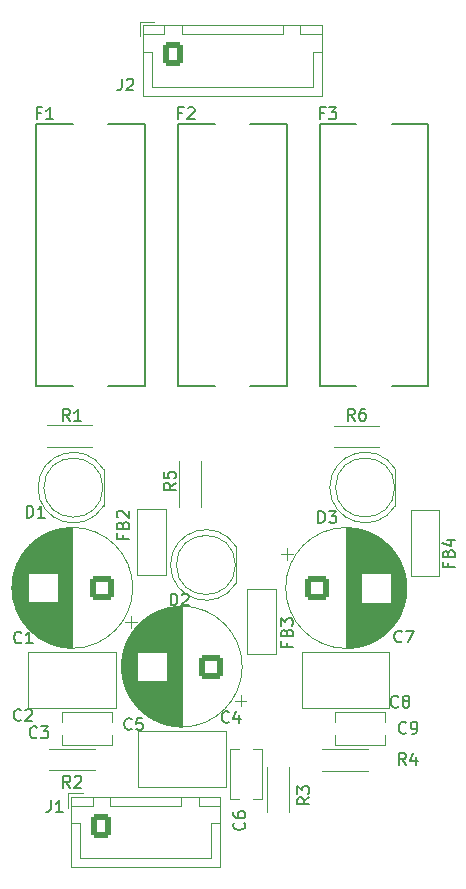
<source format=gbr>
%TF.GenerationSoftware,KiCad,Pcbnew,9.0.3+dfsg-1*%
%TF.CreationDate,2026-02-22T15:02:18-05:00*%
%TF.ProjectId,bench-power,62656e63-682d-4706-9f77-65722e6b6963,rev?*%
%TF.SameCoordinates,Original*%
%TF.FileFunction,Legend,Top*%
%TF.FilePolarity,Positive*%
%FSLAX46Y46*%
G04 Gerber Fmt 4.6, Leading zero omitted, Abs format (unit mm)*
G04 Created by KiCad (PCBNEW 9.0.3+dfsg-1) date 2026-02-22 15:02:18*
%MOMM*%
%LPD*%
G01*
G04 APERTURE LIST*
G04 Aperture macros list*
%AMRoundRect*
0 Rectangle with rounded corners*
0 $1 Rounding radius*
0 $2 $3 $4 $5 $6 $7 $8 $9 X,Y pos of 4 corners*
0 Add a 4 corners polygon primitive as box body*
4,1,4,$2,$3,$4,$5,$6,$7,$8,$9,$2,$3,0*
0 Add four circle primitives for the rounded corners*
1,1,$1+$1,$2,$3*
1,1,$1+$1,$4,$5*
1,1,$1+$1,$6,$7*
1,1,$1+$1,$8,$9*
0 Add four rect primitives between the rounded corners*
20,1,$1+$1,$2,$3,$4,$5,0*
20,1,$1+$1,$4,$5,$6,$7,0*
20,1,$1+$1,$6,$7,$8,$9,0*
20,1,$1+$1,$8,$9,$2,$3,0*%
G04 Aperture macros list end*
%ADD10C,0.150000*%
%ADD11C,0.120000*%
%ADD12C,0.200000*%
%ADD13C,2.000000*%
%ADD14C,1.600000*%
%ADD15C,1.400000*%
%ADD16RoundRect,0.250000X0.750000X0.750000X-0.750000X0.750000X-0.750000X-0.750000X0.750000X-0.750000X0*%
%ADD17RoundRect,0.250000X-0.600000X-0.725000X0.600000X-0.725000X0.600000X0.725000X-0.600000X0.725000X0*%
%ADD18O,1.700000X1.950000*%
%ADD19RoundRect,0.250000X-0.750000X-0.750000X0.750000X-0.750000X0.750000X0.750000X-0.750000X0.750000X0*%
%ADD20R,1.800000X1.800000*%
%ADD21C,1.800000*%
%ADD22C,2.454000*%
G04 APERTURE END LIST*
D10*
X141590164Y-109367649D02*
X141542545Y-109415269D01*
X141542545Y-109415269D02*
X141399688Y-109462888D01*
X141399688Y-109462888D02*
X141304450Y-109462888D01*
X141304450Y-109462888D02*
X141161593Y-109415269D01*
X141161593Y-109415269D02*
X141066355Y-109320030D01*
X141066355Y-109320030D02*
X141018736Y-109224792D01*
X141018736Y-109224792D02*
X140971117Y-109034316D01*
X140971117Y-109034316D02*
X140971117Y-108891459D01*
X140971117Y-108891459D02*
X141018736Y-108700983D01*
X141018736Y-108700983D02*
X141066355Y-108605745D01*
X141066355Y-108605745D02*
X141161593Y-108510507D01*
X141161593Y-108510507D02*
X141304450Y-108462888D01*
X141304450Y-108462888D02*
X141399688Y-108462888D01*
X141399688Y-108462888D02*
X141542545Y-108510507D01*
X141542545Y-108510507D02*
X141590164Y-108558126D01*
X141971117Y-108558126D02*
X142018736Y-108510507D01*
X142018736Y-108510507D02*
X142113974Y-108462888D01*
X142113974Y-108462888D02*
X142352069Y-108462888D01*
X142352069Y-108462888D02*
X142447307Y-108510507D01*
X142447307Y-108510507D02*
X142494926Y-108558126D01*
X142494926Y-108558126D02*
X142542545Y-108653364D01*
X142542545Y-108653364D02*
X142542545Y-108748602D01*
X142542545Y-108748602D02*
X142494926Y-108891459D01*
X142494926Y-108891459D02*
X141923498Y-109462888D01*
X141923498Y-109462888D02*
X142542545Y-109462888D01*
X169842110Y-84029503D02*
X169508777Y-83553312D01*
X169270682Y-84029503D02*
X169270682Y-83029503D01*
X169270682Y-83029503D02*
X169651634Y-83029503D01*
X169651634Y-83029503D02*
X169746872Y-83077122D01*
X169746872Y-83077122D02*
X169794491Y-83124741D01*
X169794491Y-83124741D02*
X169842110Y-83219979D01*
X169842110Y-83219979D02*
X169842110Y-83362836D01*
X169842110Y-83362836D02*
X169794491Y-83458074D01*
X169794491Y-83458074D02*
X169746872Y-83505693D01*
X169746872Y-83505693D02*
X169651634Y-83553312D01*
X169651634Y-83553312D02*
X169270682Y-83553312D01*
X170699253Y-83029503D02*
X170508777Y-83029503D01*
X170508777Y-83029503D02*
X170413539Y-83077122D01*
X170413539Y-83077122D02*
X170365920Y-83124741D01*
X170365920Y-83124741D02*
X170270682Y-83267598D01*
X170270682Y-83267598D02*
X170223063Y-83458074D01*
X170223063Y-83458074D02*
X170223063Y-83839026D01*
X170223063Y-83839026D02*
X170270682Y-83934264D01*
X170270682Y-83934264D02*
X170318301Y-83981884D01*
X170318301Y-83981884D02*
X170413539Y-84029503D01*
X170413539Y-84029503D02*
X170604015Y-84029503D01*
X170604015Y-84029503D02*
X170699253Y-83981884D01*
X170699253Y-83981884D02*
X170746872Y-83934264D01*
X170746872Y-83934264D02*
X170794491Y-83839026D01*
X170794491Y-83839026D02*
X170794491Y-83600931D01*
X170794491Y-83600931D02*
X170746872Y-83505693D01*
X170746872Y-83505693D02*
X170699253Y-83458074D01*
X170699253Y-83458074D02*
X170604015Y-83410455D01*
X170604015Y-83410455D02*
X170413539Y-83410455D01*
X170413539Y-83410455D02*
X170318301Y-83458074D01*
X170318301Y-83458074D02*
X170270682Y-83505693D01*
X170270682Y-83505693D02*
X170223063Y-83600931D01*
X174188351Y-113193570D02*
X173855018Y-112717379D01*
X173616923Y-113193570D02*
X173616923Y-112193570D01*
X173616923Y-112193570D02*
X173997875Y-112193570D01*
X173997875Y-112193570D02*
X174093113Y-112241189D01*
X174093113Y-112241189D02*
X174140732Y-112288808D01*
X174140732Y-112288808D02*
X174188351Y-112384046D01*
X174188351Y-112384046D02*
X174188351Y-112526903D01*
X174188351Y-112526903D02*
X174140732Y-112622141D01*
X174140732Y-112622141D02*
X174093113Y-112669760D01*
X174093113Y-112669760D02*
X173997875Y-112717379D01*
X173997875Y-112717379D02*
X173616923Y-112717379D01*
X175045494Y-112526903D02*
X175045494Y-113193570D01*
X174807399Y-112145951D02*
X174569304Y-112860236D01*
X174569304Y-112860236D02*
X175188351Y-112860236D01*
X159203461Y-109543738D02*
X159155842Y-109591358D01*
X159155842Y-109591358D02*
X159012985Y-109638977D01*
X159012985Y-109638977D02*
X158917747Y-109638977D01*
X158917747Y-109638977D02*
X158774890Y-109591358D01*
X158774890Y-109591358D02*
X158679652Y-109496119D01*
X158679652Y-109496119D02*
X158632033Y-109400881D01*
X158632033Y-109400881D02*
X158584414Y-109210405D01*
X158584414Y-109210405D02*
X158584414Y-109067548D01*
X158584414Y-109067548D02*
X158632033Y-108877072D01*
X158632033Y-108877072D02*
X158679652Y-108781834D01*
X158679652Y-108781834D02*
X158774890Y-108686596D01*
X158774890Y-108686596D02*
X158917747Y-108638977D01*
X158917747Y-108638977D02*
X159012985Y-108638977D01*
X159012985Y-108638977D02*
X159155842Y-108686596D01*
X159155842Y-108686596D02*
X159203461Y-108734215D01*
X160060604Y-108972310D02*
X160060604Y-109638977D01*
X159822509Y-108591358D02*
X159584414Y-109305643D01*
X159584414Y-109305643D02*
X160203461Y-109305643D01*
X144138438Y-116169880D02*
X144138438Y-116884165D01*
X144138438Y-116884165D02*
X144090819Y-117027022D01*
X144090819Y-117027022D02*
X143995581Y-117122261D01*
X143995581Y-117122261D02*
X143852724Y-117169880D01*
X143852724Y-117169880D02*
X143757486Y-117169880D01*
X145138438Y-117169880D02*
X144567010Y-117169880D01*
X144852724Y-117169880D02*
X144852724Y-116169880D01*
X144852724Y-116169880D02*
X144757486Y-116312737D01*
X144757486Y-116312737D02*
X144662248Y-116407975D01*
X144662248Y-116407975D02*
X144567010Y-116455594D01*
X173833333Y-102718949D02*
X173785714Y-102766569D01*
X173785714Y-102766569D02*
X173642857Y-102814188D01*
X173642857Y-102814188D02*
X173547619Y-102814188D01*
X173547619Y-102814188D02*
X173404762Y-102766569D01*
X173404762Y-102766569D02*
X173309524Y-102671330D01*
X173309524Y-102671330D02*
X173261905Y-102576092D01*
X173261905Y-102576092D02*
X173214286Y-102385616D01*
X173214286Y-102385616D02*
X173214286Y-102242759D01*
X173214286Y-102242759D02*
X173261905Y-102052283D01*
X173261905Y-102052283D02*
X173309524Y-101957045D01*
X173309524Y-101957045D02*
X173404762Y-101861807D01*
X173404762Y-101861807D02*
X173547619Y-101814188D01*
X173547619Y-101814188D02*
X173642857Y-101814188D01*
X173642857Y-101814188D02*
X173785714Y-101861807D01*
X173785714Y-101861807D02*
X173833333Y-101909426D01*
X174166667Y-101814188D02*
X174833333Y-101814188D01*
X174833333Y-101814188D02*
X174404762Y-102814188D01*
X174199759Y-110447371D02*
X174152140Y-110494991D01*
X174152140Y-110494991D02*
X174009283Y-110542610D01*
X174009283Y-110542610D02*
X173914045Y-110542610D01*
X173914045Y-110542610D02*
X173771188Y-110494991D01*
X173771188Y-110494991D02*
X173675950Y-110399752D01*
X173675950Y-110399752D02*
X173628331Y-110304514D01*
X173628331Y-110304514D02*
X173580712Y-110114038D01*
X173580712Y-110114038D02*
X173580712Y-109971181D01*
X173580712Y-109971181D02*
X173628331Y-109780705D01*
X173628331Y-109780705D02*
X173675950Y-109685467D01*
X173675950Y-109685467D02*
X173771188Y-109590229D01*
X173771188Y-109590229D02*
X173914045Y-109542610D01*
X173914045Y-109542610D02*
X174009283Y-109542610D01*
X174009283Y-109542610D02*
X174152140Y-109590229D01*
X174152140Y-109590229D02*
X174199759Y-109637848D01*
X174675950Y-110542610D02*
X174866426Y-110542610D01*
X174866426Y-110542610D02*
X174961664Y-110494991D01*
X174961664Y-110494991D02*
X175009283Y-110447371D01*
X175009283Y-110447371D02*
X175104521Y-110304514D01*
X175104521Y-110304514D02*
X175152140Y-110114038D01*
X175152140Y-110114038D02*
X175152140Y-109733086D01*
X175152140Y-109733086D02*
X175104521Y-109637848D01*
X175104521Y-109637848D02*
X175056902Y-109590229D01*
X175056902Y-109590229D02*
X174961664Y-109542610D01*
X174961664Y-109542610D02*
X174771188Y-109542610D01*
X174771188Y-109542610D02*
X174675950Y-109590229D01*
X174675950Y-109590229D02*
X174628331Y-109637848D01*
X174628331Y-109637848D02*
X174580712Y-109733086D01*
X174580712Y-109733086D02*
X174580712Y-109971181D01*
X174580712Y-109971181D02*
X174628331Y-110066419D01*
X174628331Y-110066419D02*
X174675950Y-110114038D01*
X174675950Y-110114038D02*
X174771188Y-110161657D01*
X174771188Y-110161657D02*
X174961664Y-110161657D01*
X174961664Y-110161657D02*
X175056902Y-110114038D01*
X175056902Y-110114038D02*
X175104521Y-110066419D01*
X175104521Y-110066419D02*
X175152140Y-109971181D01*
X154689099Y-89306933D02*
X154212908Y-89640266D01*
X154689099Y-89878361D02*
X153689099Y-89878361D01*
X153689099Y-89878361D02*
X153689099Y-89497409D01*
X153689099Y-89497409D02*
X153736718Y-89402171D01*
X153736718Y-89402171D02*
X153784337Y-89354552D01*
X153784337Y-89354552D02*
X153879575Y-89306933D01*
X153879575Y-89306933D02*
X154022432Y-89306933D01*
X154022432Y-89306933D02*
X154117670Y-89354552D01*
X154117670Y-89354552D02*
X154165289Y-89402171D01*
X154165289Y-89402171D02*
X154212908Y-89497409D01*
X154212908Y-89497409D02*
X154212908Y-89878361D01*
X153689099Y-88402171D02*
X153689099Y-88878361D01*
X153689099Y-88878361D02*
X154165289Y-88925980D01*
X154165289Y-88925980D02*
X154117670Y-88878361D01*
X154117670Y-88878361D02*
X154070051Y-88783123D01*
X154070051Y-88783123D02*
X154070051Y-88545028D01*
X154070051Y-88545028D02*
X154117670Y-88449790D01*
X154117670Y-88449790D02*
X154165289Y-88402171D01*
X154165289Y-88402171D02*
X154260527Y-88354552D01*
X154260527Y-88354552D02*
X154498622Y-88354552D01*
X154498622Y-88354552D02*
X154593860Y-88402171D01*
X154593860Y-88402171D02*
X154641480Y-88449790D01*
X154641480Y-88449790D02*
X154689099Y-88545028D01*
X154689099Y-88545028D02*
X154689099Y-88783123D01*
X154689099Y-88783123D02*
X154641480Y-88878361D01*
X154641480Y-88878361D02*
X154593860Y-88925980D01*
X177779975Y-96117666D02*
X177779975Y-96450999D01*
X178303785Y-96450999D02*
X177303785Y-96450999D01*
X177303785Y-96450999D02*
X177303785Y-95974809D01*
X177779975Y-95260523D02*
X177827594Y-95117666D01*
X177827594Y-95117666D02*
X177875213Y-95070047D01*
X177875213Y-95070047D02*
X177970451Y-95022428D01*
X177970451Y-95022428D02*
X178113308Y-95022428D01*
X178113308Y-95022428D02*
X178208546Y-95070047D01*
X178208546Y-95070047D02*
X178256166Y-95117666D01*
X178256166Y-95117666D02*
X178303785Y-95212904D01*
X178303785Y-95212904D02*
X178303785Y-95593856D01*
X178303785Y-95593856D02*
X177303785Y-95593856D01*
X177303785Y-95593856D02*
X177303785Y-95260523D01*
X177303785Y-95260523D02*
X177351404Y-95165285D01*
X177351404Y-95165285D02*
X177399023Y-95117666D01*
X177399023Y-95117666D02*
X177494261Y-95070047D01*
X177494261Y-95070047D02*
X177589499Y-95070047D01*
X177589499Y-95070047D02*
X177684737Y-95117666D01*
X177684737Y-95117666D02*
X177732356Y-95165285D01*
X177732356Y-95165285D02*
X177779975Y-95260523D01*
X177779975Y-95260523D02*
X177779975Y-95593856D01*
X177637118Y-94165285D02*
X178303785Y-94165285D01*
X177256166Y-94403380D02*
X177970451Y-94641475D01*
X177970451Y-94641475D02*
X177970451Y-94022428D01*
X145757911Y-115113927D02*
X145424578Y-114637736D01*
X145186483Y-115113927D02*
X145186483Y-114113927D01*
X145186483Y-114113927D02*
X145567435Y-114113927D01*
X145567435Y-114113927D02*
X145662673Y-114161546D01*
X145662673Y-114161546D02*
X145710292Y-114209165D01*
X145710292Y-114209165D02*
X145757911Y-114304403D01*
X145757911Y-114304403D02*
X145757911Y-114447260D01*
X145757911Y-114447260D02*
X145710292Y-114542498D01*
X145710292Y-114542498D02*
X145662673Y-114590117D01*
X145662673Y-114590117D02*
X145567435Y-114637736D01*
X145567435Y-114637736D02*
X145186483Y-114637736D01*
X146138864Y-114209165D02*
X146186483Y-114161546D01*
X146186483Y-114161546D02*
X146281721Y-114113927D01*
X146281721Y-114113927D02*
X146519816Y-114113927D01*
X146519816Y-114113927D02*
X146615054Y-114161546D01*
X146615054Y-114161546D02*
X146662673Y-114209165D01*
X146662673Y-114209165D02*
X146710292Y-114304403D01*
X146710292Y-114304403D02*
X146710292Y-114399641D01*
X146710292Y-114399641D02*
X146662673Y-114542498D01*
X146662673Y-114542498D02*
X146091245Y-115113927D01*
X146091245Y-115113927D02*
X146710292Y-115113927D01*
X141632715Y-102799909D02*
X141585096Y-102847529D01*
X141585096Y-102847529D02*
X141442239Y-102895148D01*
X141442239Y-102895148D02*
X141347001Y-102895148D01*
X141347001Y-102895148D02*
X141204144Y-102847529D01*
X141204144Y-102847529D02*
X141108906Y-102752290D01*
X141108906Y-102752290D02*
X141061287Y-102657052D01*
X141061287Y-102657052D02*
X141013668Y-102466576D01*
X141013668Y-102466576D02*
X141013668Y-102323719D01*
X141013668Y-102323719D02*
X141061287Y-102133243D01*
X141061287Y-102133243D02*
X141108906Y-102038005D01*
X141108906Y-102038005D02*
X141204144Y-101942767D01*
X141204144Y-101942767D02*
X141347001Y-101895148D01*
X141347001Y-101895148D02*
X141442239Y-101895148D01*
X141442239Y-101895148D02*
X141585096Y-101942767D01*
X141585096Y-101942767D02*
X141632715Y-101990386D01*
X142585096Y-102895148D02*
X142013668Y-102895148D01*
X142299382Y-102895148D02*
X142299382Y-101895148D01*
X142299382Y-101895148D02*
X142204144Y-102038005D01*
X142204144Y-102038005D02*
X142108906Y-102133243D01*
X142108906Y-102133243D02*
X142013668Y-102180862D01*
X142072585Y-92247000D02*
X142072585Y-91247000D01*
X142072585Y-91247000D02*
X142310680Y-91247000D01*
X142310680Y-91247000D02*
X142453537Y-91294619D01*
X142453537Y-91294619D02*
X142548775Y-91389857D01*
X142548775Y-91389857D02*
X142596394Y-91485095D01*
X142596394Y-91485095D02*
X142644013Y-91675571D01*
X142644013Y-91675571D02*
X142644013Y-91818428D01*
X142644013Y-91818428D02*
X142596394Y-92008904D01*
X142596394Y-92008904D02*
X142548775Y-92104142D01*
X142548775Y-92104142D02*
X142453537Y-92199381D01*
X142453537Y-92199381D02*
X142310680Y-92247000D01*
X142310680Y-92247000D02*
X142072585Y-92247000D01*
X143596394Y-92247000D02*
X143024966Y-92247000D01*
X143310680Y-92247000D02*
X143310680Y-91247000D01*
X143310680Y-91247000D02*
X143215442Y-91389857D01*
X143215442Y-91389857D02*
X143120204Y-91485095D01*
X143120204Y-91485095D02*
X143024966Y-91532714D01*
X142948511Y-110830484D02*
X142900892Y-110878104D01*
X142900892Y-110878104D02*
X142758035Y-110925723D01*
X142758035Y-110925723D02*
X142662797Y-110925723D01*
X142662797Y-110925723D02*
X142519940Y-110878104D01*
X142519940Y-110878104D02*
X142424702Y-110782865D01*
X142424702Y-110782865D02*
X142377083Y-110687627D01*
X142377083Y-110687627D02*
X142329464Y-110497151D01*
X142329464Y-110497151D02*
X142329464Y-110354294D01*
X142329464Y-110354294D02*
X142377083Y-110163818D01*
X142377083Y-110163818D02*
X142424702Y-110068580D01*
X142424702Y-110068580D02*
X142519940Y-109973342D01*
X142519940Y-109973342D02*
X142662797Y-109925723D01*
X142662797Y-109925723D02*
X142758035Y-109925723D01*
X142758035Y-109925723D02*
X142900892Y-109973342D01*
X142900892Y-109973342D02*
X142948511Y-110020961D01*
X143281845Y-109925723D02*
X143900892Y-109925723D01*
X143900892Y-109925723D02*
X143567559Y-110306675D01*
X143567559Y-110306675D02*
X143710416Y-110306675D01*
X143710416Y-110306675D02*
X143805654Y-110354294D01*
X143805654Y-110354294D02*
X143853273Y-110401913D01*
X143853273Y-110401913D02*
X143900892Y-110497151D01*
X143900892Y-110497151D02*
X143900892Y-110735246D01*
X143900892Y-110735246D02*
X143853273Y-110830484D01*
X143853273Y-110830484D02*
X143805654Y-110878104D01*
X143805654Y-110878104D02*
X143710416Y-110925723D01*
X143710416Y-110925723D02*
X143424702Y-110925723D01*
X143424702Y-110925723D02*
X143329464Y-110878104D01*
X143329464Y-110878104D02*
X143281845Y-110830484D01*
X155256657Y-57984592D02*
X154923324Y-57984592D01*
X154923324Y-58508402D02*
X154923324Y-57508402D01*
X154923324Y-57508402D02*
X155399514Y-57508402D01*
X155732848Y-57603640D02*
X155780467Y-57556021D01*
X155780467Y-57556021D02*
X155875705Y-57508402D01*
X155875705Y-57508402D02*
X156113800Y-57508402D01*
X156113800Y-57508402D02*
X156209038Y-57556021D01*
X156209038Y-57556021D02*
X156256657Y-57603640D01*
X156256657Y-57603640D02*
X156304276Y-57698878D01*
X156304276Y-57698878D02*
X156304276Y-57794116D01*
X156304276Y-57794116D02*
X156256657Y-57936973D01*
X156256657Y-57936973D02*
X155685229Y-58508402D01*
X155685229Y-58508402D02*
X156304276Y-58508402D01*
X167241540Y-57984592D02*
X166908207Y-57984592D01*
X166908207Y-58508402D02*
X166908207Y-57508402D01*
X166908207Y-57508402D02*
X167384397Y-57508402D01*
X167670112Y-57508402D02*
X168289159Y-57508402D01*
X168289159Y-57508402D02*
X167955826Y-57889354D01*
X167955826Y-57889354D02*
X168098683Y-57889354D01*
X168098683Y-57889354D02*
X168193921Y-57936973D01*
X168193921Y-57936973D02*
X168241540Y-57984592D01*
X168241540Y-57984592D02*
X168289159Y-58079830D01*
X168289159Y-58079830D02*
X168289159Y-58317925D01*
X168289159Y-58317925D02*
X168241540Y-58413163D01*
X168241540Y-58413163D02*
X168193921Y-58460783D01*
X168193921Y-58460783D02*
X168098683Y-58508402D01*
X168098683Y-58508402D02*
X167812969Y-58508402D01*
X167812969Y-58508402D02*
X167717731Y-58460783D01*
X167717731Y-58460783D02*
X167670112Y-58413163D01*
X150962598Y-110126163D02*
X150914979Y-110173783D01*
X150914979Y-110173783D02*
X150772122Y-110221402D01*
X150772122Y-110221402D02*
X150676884Y-110221402D01*
X150676884Y-110221402D02*
X150534027Y-110173783D01*
X150534027Y-110173783D02*
X150438789Y-110078544D01*
X150438789Y-110078544D02*
X150391170Y-109983306D01*
X150391170Y-109983306D02*
X150343551Y-109792830D01*
X150343551Y-109792830D02*
X150343551Y-109649973D01*
X150343551Y-109649973D02*
X150391170Y-109459497D01*
X150391170Y-109459497D02*
X150438789Y-109364259D01*
X150438789Y-109364259D02*
X150534027Y-109269021D01*
X150534027Y-109269021D02*
X150676884Y-109221402D01*
X150676884Y-109221402D02*
X150772122Y-109221402D01*
X150772122Y-109221402D02*
X150914979Y-109269021D01*
X150914979Y-109269021D02*
X150962598Y-109316640D01*
X151867360Y-109221402D02*
X151391170Y-109221402D01*
X151391170Y-109221402D02*
X151343551Y-109697592D01*
X151343551Y-109697592D02*
X151391170Y-109649973D01*
X151391170Y-109649973D02*
X151486408Y-109602354D01*
X151486408Y-109602354D02*
X151724503Y-109602354D01*
X151724503Y-109602354D02*
X151819741Y-109649973D01*
X151819741Y-109649973D02*
X151867360Y-109697592D01*
X151867360Y-109697592D02*
X151914979Y-109792830D01*
X151914979Y-109792830D02*
X151914979Y-110030925D01*
X151914979Y-110030925D02*
X151867360Y-110126163D01*
X151867360Y-110126163D02*
X151819741Y-110173783D01*
X151819741Y-110173783D02*
X151724503Y-110221402D01*
X151724503Y-110221402D02*
X151486408Y-110221402D01*
X151486408Y-110221402D02*
X151391170Y-110173783D01*
X151391170Y-110173783D02*
X151343551Y-110126163D01*
X150196677Y-93712397D02*
X150196677Y-94045730D01*
X150720487Y-94045730D02*
X149720487Y-94045730D01*
X149720487Y-94045730D02*
X149720487Y-93569540D01*
X150196677Y-92855254D02*
X150244296Y-92712397D01*
X150244296Y-92712397D02*
X150291915Y-92664778D01*
X150291915Y-92664778D02*
X150387153Y-92617159D01*
X150387153Y-92617159D02*
X150530010Y-92617159D01*
X150530010Y-92617159D02*
X150625248Y-92664778D01*
X150625248Y-92664778D02*
X150672868Y-92712397D01*
X150672868Y-92712397D02*
X150720487Y-92807635D01*
X150720487Y-92807635D02*
X150720487Y-93188587D01*
X150720487Y-93188587D02*
X149720487Y-93188587D01*
X149720487Y-93188587D02*
X149720487Y-92855254D01*
X149720487Y-92855254D02*
X149768106Y-92760016D01*
X149768106Y-92760016D02*
X149815725Y-92712397D01*
X149815725Y-92712397D02*
X149910963Y-92664778D01*
X149910963Y-92664778D02*
X150006201Y-92664778D01*
X150006201Y-92664778D02*
X150101439Y-92712397D01*
X150101439Y-92712397D02*
X150149058Y-92760016D01*
X150149058Y-92760016D02*
X150196677Y-92855254D01*
X150196677Y-92855254D02*
X150196677Y-93188587D01*
X149815725Y-92236206D02*
X149768106Y-92188587D01*
X149768106Y-92188587D02*
X149720487Y-92093349D01*
X149720487Y-92093349D02*
X149720487Y-91855254D01*
X149720487Y-91855254D02*
X149768106Y-91760016D01*
X149768106Y-91760016D02*
X149815725Y-91712397D01*
X149815725Y-91712397D02*
X149910963Y-91664778D01*
X149910963Y-91664778D02*
X150006201Y-91664778D01*
X150006201Y-91664778D02*
X150149058Y-91712397D01*
X150149058Y-91712397D02*
X150720487Y-92283825D01*
X150720487Y-92283825D02*
X150720487Y-91664778D01*
X143271775Y-57984592D02*
X142938442Y-57984592D01*
X142938442Y-58508402D02*
X142938442Y-57508402D01*
X142938442Y-57508402D02*
X143414632Y-57508402D01*
X144319394Y-58508402D02*
X143747966Y-58508402D01*
X144033680Y-58508402D02*
X144033680Y-57508402D01*
X144033680Y-57508402D02*
X143938442Y-57651259D01*
X143938442Y-57651259D02*
X143843204Y-57746497D01*
X143843204Y-57746497D02*
X143747966Y-57794116D01*
X145729918Y-84062501D02*
X145396585Y-83586310D01*
X145158490Y-84062501D02*
X145158490Y-83062501D01*
X145158490Y-83062501D02*
X145539442Y-83062501D01*
X145539442Y-83062501D02*
X145634680Y-83110120D01*
X145634680Y-83110120D02*
X145682299Y-83157739D01*
X145682299Y-83157739D02*
X145729918Y-83252977D01*
X145729918Y-83252977D02*
X145729918Y-83395834D01*
X145729918Y-83395834D02*
X145682299Y-83491072D01*
X145682299Y-83491072D02*
X145634680Y-83538691D01*
X145634680Y-83538691D02*
X145539442Y-83586310D01*
X145539442Y-83586310D02*
X145158490Y-83586310D01*
X146682299Y-84062501D02*
X146110871Y-84062501D01*
X146396585Y-84062501D02*
X146396585Y-83062501D01*
X146396585Y-83062501D02*
X146301347Y-83205358D01*
X146301347Y-83205358D02*
X146206109Y-83300596D01*
X146206109Y-83300596D02*
X146110871Y-83348215D01*
X150117283Y-55078275D02*
X150117283Y-55792560D01*
X150117283Y-55792560D02*
X150069664Y-55935417D01*
X150069664Y-55935417D02*
X149974426Y-56030656D01*
X149974426Y-56030656D02*
X149831569Y-56078275D01*
X149831569Y-56078275D02*
X149736331Y-56078275D01*
X150545855Y-55173513D02*
X150593474Y-55125894D01*
X150593474Y-55125894D02*
X150688712Y-55078275D01*
X150688712Y-55078275D02*
X150926807Y-55078275D01*
X150926807Y-55078275D02*
X151022045Y-55125894D01*
X151022045Y-55125894D02*
X151069664Y-55173513D01*
X151069664Y-55173513D02*
X151117283Y-55268751D01*
X151117283Y-55268751D02*
X151117283Y-55363989D01*
X151117283Y-55363989D02*
X151069664Y-55506846D01*
X151069664Y-55506846D02*
X150498236Y-56078275D01*
X150498236Y-56078275D02*
X151117283Y-56078275D01*
X154268534Y-99676717D02*
X154268534Y-98676717D01*
X154268534Y-98676717D02*
X154506629Y-98676717D01*
X154506629Y-98676717D02*
X154649486Y-98724336D01*
X154649486Y-98724336D02*
X154744724Y-98819574D01*
X154744724Y-98819574D02*
X154792343Y-98914812D01*
X154792343Y-98914812D02*
X154839962Y-99105288D01*
X154839962Y-99105288D02*
X154839962Y-99248145D01*
X154839962Y-99248145D02*
X154792343Y-99438621D01*
X154792343Y-99438621D02*
X154744724Y-99533859D01*
X154744724Y-99533859D02*
X154649486Y-99629098D01*
X154649486Y-99629098D02*
X154506629Y-99676717D01*
X154506629Y-99676717D02*
X154268534Y-99676717D01*
X155220915Y-98771955D02*
X155268534Y-98724336D01*
X155268534Y-98724336D02*
X155363772Y-98676717D01*
X155363772Y-98676717D02*
X155601867Y-98676717D01*
X155601867Y-98676717D02*
X155697105Y-98724336D01*
X155697105Y-98724336D02*
X155744724Y-98771955D01*
X155744724Y-98771955D02*
X155792343Y-98867193D01*
X155792343Y-98867193D02*
X155792343Y-98962431D01*
X155792343Y-98962431D02*
X155744724Y-99105288D01*
X155744724Y-99105288D02*
X155173296Y-99676717D01*
X155173296Y-99676717D02*
X155792343Y-99676717D01*
X160485554Y-118070689D02*
X160533174Y-118118308D01*
X160533174Y-118118308D02*
X160580793Y-118261165D01*
X160580793Y-118261165D02*
X160580793Y-118356403D01*
X160580793Y-118356403D02*
X160533174Y-118499260D01*
X160533174Y-118499260D02*
X160437935Y-118594498D01*
X160437935Y-118594498D02*
X160342697Y-118642117D01*
X160342697Y-118642117D02*
X160152221Y-118689736D01*
X160152221Y-118689736D02*
X160009364Y-118689736D01*
X160009364Y-118689736D02*
X159818888Y-118642117D01*
X159818888Y-118642117D02*
X159723650Y-118594498D01*
X159723650Y-118594498D02*
X159628412Y-118499260D01*
X159628412Y-118499260D02*
X159580793Y-118356403D01*
X159580793Y-118356403D02*
X159580793Y-118261165D01*
X159580793Y-118261165D02*
X159628412Y-118118308D01*
X159628412Y-118118308D02*
X159676031Y-118070689D01*
X159580793Y-117213546D02*
X159580793Y-117404022D01*
X159580793Y-117404022D02*
X159628412Y-117499260D01*
X159628412Y-117499260D02*
X159676031Y-117546879D01*
X159676031Y-117546879D02*
X159818888Y-117642117D01*
X159818888Y-117642117D02*
X160009364Y-117689736D01*
X160009364Y-117689736D02*
X160390316Y-117689736D01*
X160390316Y-117689736D02*
X160485554Y-117642117D01*
X160485554Y-117642117D02*
X160533174Y-117594498D01*
X160533174Y-117594498D02*
X160580793Y-117499260D01*
X160580793Y-117499260D02*
X160580793Y-117308784D01*
X160580793Y-117308784D02*
X160533174Y-117213546D01*
X160533174Y-117213546D02*
X160485554Y-117165927D01*
X160485554Y-117165927D02*
X160390316Y-117118308D01*
X160390316Y-117118308D02*
X160152221Y-117118308D01*
X160152221Y-117118308D02*
X160056983Y-117165927D01*
X160056983Y-117165927D02*
X160009364Y-117213546D01*
X160009364Y-117213546D02*
X159961745Y-117308784D01*
X159961745Y-117308784D02*
X159961745Y-117499260D01*
X159961745Y-117499260D02*
X160009364Y-117594498D01*
X160009364Y-117594498D02*
X160056983Y-117642117D01*
X160056983Y-117642117D02*
X160152221Y-117689736D01*
X165997690Y-115941722D02*
X165521499Y-116275055D01*
X165997690Y-116513150D02*
X164997690Y-116513150D01*
X164997690Y-116513150D02*
X164997690Y-116132198D01*
X164997690Y-116132198D02*
X165045309Y-116036960D01*
X165045309Y-116036960D02*
X165092928Y-115989341D01*
X165092928Y-115989341D02*
X165188166Y-115941722D01*
X165188166Y-115941722D02*
X165331023Y-115941722D01*
X165331023Y-115941722D02*
X165426261Y-115989341D01*
X165426261Y-115989341D02*
X165473880Y-116036960D01*
X165473880Y-116036960D02*
X165521499Y-116132198D01*
X165521499Y-116132198D02*
X165521499Y-116513150D01*
X164997690Y-115608388D02*
X164997690Y-114989341D01*
X164997690Y-114989341D02*
X165378642Y-115322674D01*
X165378642Y-115322674D02*
X165378642Y-115179817D01*
X165378642Y-115179817D02*
X165426261Y-115084579D01*
X165426261Y-115084579D02*
X165473880Y-115036960D01*
X165473880Y-115036960D02*
X165569118Y-114989341D01*
X165569118Y-114989341D02*
X165807213Y-114989341D01*
X165807213Y-114989341D02*
X165902451Y-115036960D01*
X165902451Y-115036960D02*
X165950071Y-115084579D01*
X165950071Y-115084579D02*
X165997690Y-115179817D01*
X165997690Y-115179817D02*
X165997690Y-115465531D01*
X165997690Y-115465531D02*
X165950071Y-115560769D01*
X165950071Y-115560769D02*
X165902451Y-115608388D01*
X166777889Y-92702021D02*
X166777889Y-91702021D01*
X166777889Y-91702021D02*
X167015984Y-91702021D01*
X167015984Y-91702021D02*
X167158841Y-91749640D01*
X167158841Y-91749640D02*
X167254079Y-91844878D01*
X167254079Y-91844878D02*
X167301698Y-91940116D01*
X167301698Y-91940116D02*
X167349317Y-92130592D01*
X167349317Y-92130592D02*
X167349317Y-92273449D01*
X167349317Y-92273449D02*
X167301698Y-92463925D01*
X167301698Y-92463925D02*
X167254079Y-92559163D01*
X167254079Y-92559163D02*
X167158841Y-92654402D01*
X167158841Y-92654402D02*
X167015984Y-92702021D01*
X167015984Y-92702021D02*
X166777889Y-92702021D01*
X167682651Y-91702021D02*
X168301698Y-91702021D01*
X168301698Y-91702021D02*
X167968365Y-92082973D01*
X167968365Y-92082973D02*
X168111222Y-92082973D01*
X168111222Y-92082973D02*
X168206460Y-92130592D01*
X168206460Y-92130592D02*
X168254079Y-92178211D01*
X168254079Y-92178211D02*
X168301698Y-92273449D01*
X168301698Y-92273449D02*
X168301698Y-92511544D01*
X168301698Y-92511544D02*
X168254079Y-92606782D01*
X168254079Y-92606782D02*
X168206460Y-92654402D01*
X168206460Y-92654402D02*
X168111222Y-92702021D01*
X168111222Y-92702021D02*
X167825508Y-92702021D01*
X167825508Y-92702021D02*
X167730270Y-92654402D01*
X167730270Y-92654402D02*
X167682651Y-92606782D01*
X164085703Y-102833333D02*
X164085703Y-103166666D01*
X164609513Y-103166666D02*
X163609513Y-103166666D01*
X163609513Y-103166666D02*
X163609513Y-102690476D01*
X164085703Y-101976190D02*
X164133322Y-101833333D01*
X164133322Y-101833333D02*
X164180941Y-101785714D01*
X164180941Y-101785714D02*
X164276179Y-101738095D01*
X164276179Y-101738095D02*
X164419036Y-101738095D01*
X164419036Y-101738095D02*
X164514274Y-101785714D01*
X164514274Y-101785714D02*
X164561894Y-101833333D01*
X164561894Y-101833333D02*
X164609513Y-101928571D01*
X164609513Y-101928571D02*
X164609513Y-102309523D01*
X164609513Y-102309523D02*
X163609513Y-102309523D01*
X163609513Y-102309523D02*
X163609513Y-101976190D01*
X163609513Y-101976190D02*
X163657132Y-101880952D01*
X163657132Y-101880952D02*
X163704751Y-101833333D01*
X163704751Y-101833333D02*
X163799989Y-101785714D01*
X163799989Y-101785714D02*
X163895227Y-101785714D01*
X163895227Y-101785714D02*
X163990465Y-101833333D01*
X163990465Y-101833333D02*
X164038084Y-101880952D01*
X164038084Y-101880952D02*
X164085703Y-101976190D01*
X164085703Y-101976190D02*
X164085703Y-102309523D01*
X163609513Y-101404761D02*
X163609513Y-100785714D01*
X163609513Y-100785714D02*
X163990465Y-101119047D01*
X163990465Y-101119047D02*
X163990465Y-100976190D01*
X163990465Y-100976190D02*
X164038084Y-100880952D01*
X164038084Y-100880952D02*
X164085703Y-100833333D01*
X164085703Y-100833333D02*
X164180941Y-100785714D01*
X164180941Y-100785714D02*
X164419036Y-100785714D01*
X164419036Y-100785714D02*
X164514274Y-100833333D01*
X164514274Y-100833333D02*
X164561894Y-100880952D01*
X164561894Y-100880952D02*
X164609513Y-100976190D01*
X164609513Y-100976190D02*
X164609513Y-101261904D01*
X164609513Y-101261904D02*
X164561894Y-101357142D01*
X164561894Y-101357142D02*
X164514274Y-101404761D01*
X173535322Y-108239724D02*
X173487703Y-108287344D01*
X173487703Y-108287344D02*
X173344846Y-108334963D01*
X173344846Y-108334963D02*
X173249608Y-108334963D01*
X173249608Y-108334963D02*
X173106751Y-108287344D01*
X173106751Y-108287344D02*
X173011513Y-108192105D01*
X173011513Y-108192105D02*
X172963894Y-108096867D01*
X172963894Y-108096867D02*
X172916275Y-107906391D01*
X172916275Y-107906391D02*
X172916275Y-107763534D01*
X172916275Y-107763534D02*
X172963894Y-107573058D01*
X172963894Y-107573058D02*
X173011513Y-107477820D01*
X173011513Y-107477820D02*
X173106751Y-107382582D01*
X173106751Y-107382582D02*
X173249608Y-107334963D01*
X173249608Y-107334963D02*
X173344846Y-107334963D01*
X173344846Y-107334963D02*
X173487703Y-107382582D01*
X173487703Y-107382582D02*
X173535322Y-107430201D01*
X174106751Y-107763534D02*
X174011513Y-107715915D01*
X174011513Y-107715915D02*
X173963894Y-107668296D01*
X173963894Y-107668296D02*
X173916275Y-107573058D01*
X173916275Y-107573058D02*
X173916275Y-107525439D01*
X173916275Y-107525439D02*
X173963894Y-107430201D01*
X173963894Y-107430201D02*
X174011513Y-107382582D01*
X174011513Y-107382582D02*
X174106751Y-107334963D01*
X174106751Y-107334963D02*
X174297227Y-107334963D01*
X174297227Y-107334963D02*
X174392465Y-107382582D01*
X174392465Y-107382582D02*
X174440084Y-107430201D01*
X174440084Y-107430201D02*
X174487703Y-107525439D01*
X174487703Y-107525439D02*
X174487703Y-107573058D01*
X174487703Y-107573058D02*
X174440084Y-107668296D01*
X174440084Y-107668296D02*
X174392465Y-107715915D01*
X174392465Y-107715915D02*
X174297227Y-107763534D01*
X174297227Y-107763534D02*
X174106751Y-107763534D01*
X174106751Y-107763534D02*
X174011513Y-107811153D01*
X174011513Y-107811153D02*
X173963894Y-107858772D01*
X173963894Y-107858772D02*
X173916275Y-107954010D01*
X173916275Y-107954010D02*
X173916275Y-108144486D01*
X173916275Y-108144486D02*
X173963894Y-108239724D01*
X173963894Y-108239724D02*
X174011513Y-108287344D01*
X174011513Y-108287344D02*
X174106751Y-108334963D01*
X174106751Y-108334963D02*
X174297227Y-108334963D01*
X174297227Y-108334963D02*
X174392465Y-108287344D01*
X174392465Y-108287344D02*
X174440084Y-108239724D01*
X174440084Y-108239724D02*
X174487703Y-108144486D01*
X174487703Y-108144486D02*
X174487703Y-107954010D01*
X174487703Y-107954010D02*
X174440084Y-107858772D01*
X174440084Y-107858772D02*
X174392465Y-107811153D01*
X174392465Y-107811153D02*
X174297227Y-107763534D01*
D11*
%TO.C,C2*%
X142223367Y-103648641D02*
X149663367Y-103648641D01*
X142223367Y-108388641D02*
X142223367Y-103648641D01*
X149663367Y-103648641D02*
X149663367Y-108388641D01*
X149663367Y-108388641D02*
X142223367Y-108388641D01*
%TO.C,R6*%
X168075790Y-84451938D02*
X171915790Y-84451938D01*
X168075790Y-86291938D02*
X171915790Y-86291938D01*
%TO.C,R4*%
X167119410Y-111818751D02*
X170959410Y-111818751D01*
X167119410Y-113658751D02*
X170959410Y-113658751D01*
%TO.C,C4*%
X150129104Y-105457699D02*
X150129104Y-104259699D01*
X150169104Y-105720699D02*
X150169104Y-103996699D01*
X150209104Y-105920699D02*
X150209104Y-103796699D01*
X150249104Y-106088699D02*
X150249104Y-103628699D01*
X150289104Y-106235699D02*
X150289104Y-103481699D01*
X150329104Y-106367699D02*
X150329104Y-103349699D01*
X150369104Y-106488699D02*
X150369104Y-103228699D01*
X150409104Y-106600699D02*
X150409104Y-103116699D01*
X150449104Y-106704699D02*
X150449104Y-103012699D01*
X150489104Y-106802699D02*
X150489104Y-102914699D01*
X150529104Y-106895699D02*
X150529104Y-102821699D01*
X150569104Y-106982699D02*
X150569104Y-102734699D01*
X150609104Y-107066699D02*
X150609104Y-102650699D01*
X150649104Y-107146699D02*
X150649104Y-102570699D01*
X150689104Y-107223699D02*
X150689104Y-102493699D01*
X150729104Y-107297699D02*
X150729104Y-102419699D01*
X150769104Y-107368699D02*
X150769104Y-102348699D01*
X150809104Y-107436699D02*
X150809104Y-102280699D01*
X150849104Y-107502699D02*
X150849104Y-102214699D01*
X150889104Y-107566699D02*
X150889104Y-102150699D01*
X150929104Y-107628699D02*
X150929104Y-102088699D01*
X150969104Y-107688699D02*
X150969104Y-102028699D01*
X151009104Y-107746699D02*
X151009104Y-101970699D01*
X151049104Y-107803699D02*
X151049104Y-101913699D01*
X151089104Y-107858699D02*
X151089104Y-101858699D01*
X151129104Y-107911699D02*
X151129104Y-101805699D01*
X151169104Y-107963699D02*
X151169104Y-101753699D01*
X151209104Y-108014699D02*
X151209104Y-101702699D01*
X151249104Y-108063699D02*
X151249104Y-101653699D01*
X151289104Y-108112699D02*
X151289104Y-101604699D01*
X151329104Y-108159699D02*
X151329104Y-101557699D01*
X151369104Y-108205699D02*
X151369104Y-101511699D01*
X151409104Y-108249699D02*
X151409104Y-101467699D01*
X151449104Y-108293699D02*
X151449104Y-101423699D01*
X151489104Y-103618699D02*
X151489104Y-101380699D01*
X151489104Y-108336699D02*
X151489104Y-106098699D01*
X151529104Y-103618699D02*
X151529104Y-101338699D01*
X151529104Y-108378699D02*
X151529104Y-106098699D01*
X151569104Y-103618699D02*
X151569104Y-101297699D01*
X151569104Y-108419699D02*
X151569104Y-106098699D01*
X151609104Y-103618699D02*
X151609104Y-101257699D01*
X151609104Y-108459699D02*
X151609104Y-106098699D01*
X151649104Y-103618699D02*
X151649104Y-101218699D01*
X151649104Y-108498699D02*
X151649104Y-106098699D01*
X151689104Y-103618699D02*
X151689104Y-101180699D01*
X151689104Y-108536699D02*
X151689104Y-106098699D01*
X151729104Y-103618699D02*
X151729104Y-101142699D01*
X151729104Y-108574699D02*
X151729104Y-106098699D01*
X151769104Y-103618699D02*
X151769104Y-101106699D01*
X151769104Y-108610699D02*
X151769104Y-106098699D01*
X151809104Y-103618699D02*
X151809104Y-101070699D01*
X151809104Y-108646699D02*
X151809104Y-106098699D01*
X151849104Y-103618699D02*
X151849104Y-101035699D01*
X151849104Y-108681699D02*
X151849104Y-106098699D01*
X151889104Y-103618699D02*
X151889104Y-101000699D01*
X151889104Y-108716699D02*
X151889104Y-106098699D01*
X151929104Y-103618699D02*
X151929104Y-100967699D01*
X151929104Y-108749699D02*
X151929104Y-106098699D01*
X151969104Y-103618699D02*
X151969104Y-100934699D01*
X151969104Y-108782699D02*
X151969104Y-106098699D01*
X152009104Y-103618699D02*
X152009104Y-100901699D01*
X152009104Y-108815699D02*
X152009104Y-106098699D01*
X152049104Y-103618699D02*
X152049104Y-100870699D01*
X152049104Y-108846699D02*
X152049104Y-106098699D01*
X152089104Y-103618699D02*
X152089104Y-100838699D01*
X152089104Y-108878699D02*
X152089104Y-106098699D01*
X152129104Y-103618699D02*
X152129104Y-100808699D01*
X152129104Y-108908699D02*
X152129104Y-106098699D01*
X152169104Y-103618699D02*
X152169104Y-100778699D01*
X152169104Y-108938699D02*
X152169104Y-106098699D01*
X152209104Y-103618699D02*
X152209104Y-100749699D01*
X152209104Y-108967699D02*
X152209104Y-106098699D01*
X152249104Y-103618699D02*
X152249104Y-100720699D01*
X152249104Y-108996699D02*
X152249104Y-106098699D01*
X152289104Y-103618699D02*
X152289104Y-100692699D01*
X152289104Y-109024699D02*
X152289104Y-106098699D01*
X152329104Y-103618699D02*
X152329104Y-100665699D01*
X152329104Y-109051699D02*
X152329104Y-106098699D01*
X152369104Y-103618699D02*
X152369104Y-100638699D01*
X152369104Y-109078699D02*
X152369104Y-106098699D01*
X152409104Y-103618699D02*
X152409104Y-100611699D01*
X152409104Y-109105699D02*
X152409104Y-106098699D01*
X152449104Y-103618699D02*
X152449104Y-100586699D01*
X152449104Y-109130699D02*
X152449104Y-106098699D01*
X152489104Y-103618699D02*
X152489104Y-100560699D01*
X152489104Y-109156699D02*
X152489104Y-106098699D01*
X152529104Y-103618699D02*
X152529104Y-100535699D01*
X152529104Y-109181699D02*
X152529104Y-106098699D01*
X152569104Y-103618699D02*
X152569104Y-100511699D01*
X152569104Y-109205699D02*
X152569104Y-106098699D01*
X152609104Y-103618699D02*
X152609104Y-100487699D01*
X152609104Y-109229699D02*
X152609104Y-106098699D01*
X152649104Y-103618699D02*
X152649104Y-100464699D01*
X152649104Y-109252699D02*
X152649104Y-106098699D01*
X152689104Y-103618699D02*
X152689104Y-100441699D01*
X152689104Y-109275699D02*
X152689104Y-106098699D01*
X152729104Y-103618699D02*
X152729104Y-100419699D01*
X152729104Y-109297699D02*
X152729104Y-106098699D01*
X152769104Y-103618699D02*
X152769104Y-100397699D01*
X152769104Y-109319699D02*
X152769104Y-106098699D01*
X152809104Y-103618699D02*
X152809104Y-100375699D01*
X152809104Y-109341699D02*
X152809104Y-106098699D01*
X152849104Y-103618699D02*
X152849104Y-100354699D01*
X152849104Y-109362699D02*
X152849104Y-106098699D01*
X152889104Y-103618699D02*
X152889104Y-100334699D01*
X152889104Y-109382699D02*
X152889104Y-106098699D01*
X152929104Y-103618699D02*
X152929104Y-100314699D01*
X152929104Y-109402699D02*
X152929104Y-106098699D01*
X152969104Y-103618699D02*
X152969104Y-100294699D01*
X152969104Y-109422699D02*
X152969104Y-106098699D01*
X153009104Y-103618699D02*
X153009104Y-100275699D01*
X153009104Y-109441699D02*
X153009104Y-106098699D01*
X153049104Y-103618699D02*
X153049104Y-100256699D01*
X153049104Y-109460699D02*
X153049104Y-106098699D01*
X153089104Y-103618699D02*
X153089104Y-100238699D01*
X153089104Y-109478699D02*
X153089104Y-106098699D01*
X153129104Y-103618699D02*
X153129104Y-100220699D01*
X153129104Y-109496699D02*
X153129104Y-106098699D01*
X153169104Y-103618699D02*
X153169104Y-100202699D01*
X153169104Y-109514699D02*
X153169104Y-106098699D01*
X153209104Y-103618699D02*
X153209104Y-100185699D01*
X153209104Y-109531699D02*
X153209104Y-106098699D01*
X153249104Y-103618699D02*
X153249104Y-100168699D01*
X153249104Y-109548699D02*
X153249104Y-106098699D01*
X153289104Y-103618699D02*
X153289104Y-100152699D01*
X153289104Y-109564699D02*
X153289104Y-106098699D01*
X153329104Y-103618699D02*
X153329104Y-100136699D01*
X153329104Y-109580699D02*
X153329104Y-106098699D01*
X153369104Y-103618699D02*
X153369104Y-100120699D01*
X153369104Y-109596699D02*
X153369104Y-106098699D01*
X153409104Y-103618699D02*
X153409104Y-100105699D01*
X153409104Y-109611699D02*
X153409104Y-106098699D01*
X153449104Y-103618699D02*
X153449104Y-100090699D01*
X153449104Y-109626699D02*
X153449104Y-106098699D01*
X153489104Y-103618699D02*
X153489104Y-100076699D01*
X153489104Y-109640699D02*
X153489104Y-106098699D01*
X153529104Y-103618699D02*
X153529104Y-100061699D01*
X153529104Y-109655699D02*
X153529104Y-106098699D01*
X153569104Y-103618699D02*
X153569104Y-100048699D01*
X153569104Y-109668699D02*
X153569104Y-106098699D01*
X153609104Y-103618699D02*
X153609104Y-100034699D01*
X153609104Y-109682699D02*
X153609104Y-106098699D01*
X153649104Y-103618699D02*
X153649104Y-100021699D01*
X153649104Y-109695699D02*
X153649104Y-106098699D01*
X153689104Y-103618699D02*
X153689104Y-100009699D01*
X153689104Y-109707699D02*
X153689104Y-106098699D01*
X153729104Y-103618699D02*
X153729104Y-99997699D01*
X153729104Y-109719699D02*
X153729104Y-106098699D01*
X153769104Y-103618699D02*
X153769104Y-99985699D01*
X153769104Y-109731699D02*
X153769104Y-106098699D01*
X153809104Y-103618699D02*
X153809104Y-99973699D01*
X153809104Y-109743699D02*
X153809104Y-106098699D01*
X153849104Y-103618699D02*
X153849104Y-99962699D01*
X153849104Y-109754699D02*
X153849104Y-106098699D01*
X153889104Y-103618699D02*
X153889104Y-99951699D01*
X153889104Y-109765699D02*
X153889104Y-106098699D01*
X153929104Y-103618699D02*
X153929104Y-99941699D01*
X153929104Y-109775699D02*
X153929104Y-106098699D01*
X153969104Y-109786699D02*
X153969104Y-99930699D01*
X154009104Y-109795699D02*
X154009104Y-99921699D01*
X154049104Y-109805699D02*
X154049104Y-99911699D01*
X154089104Y-109814699D02*
X154089104Y-99902699D01*
X154129104Y-109823699D02*
X154129104Y-99893699D01*
X154169104Y-109831699D02*
X154169104Y-99885699D01*
X154209104Y-109839699D02*
X154209104Y-99877699D01*
X154249104Y-109847699D02*
X154249104Y-99869699D01*
X154289104Y-109855699D02*
X154289104Y-99861699D01*
X154329104Y-109862699D02*
X154329104Y-99854699D01*
X154369104Y-109869699D02*
X154369104Y-99847699D01*
X154409104Y-109875699D02*
X154409104Y-99841699D01*
X154449104Y-109881699D02*
X154449104Y-99835699D01*
X154489104Y-109887699D02*
X154489104Y-99829699D01*
X154529104Y-109893699D02*
X154529104Y-99823699D01*
X154569104Y-109898699D02*
X154569104Y-99818699D01*
X154609104Y-109903699D02*
X154609104Y-99813699D01*
X154649104Y-109907699D02*
X154649104Y-99809699D01*
X154689104Y-109912699D02*
X154689104Y-99804699D01*
X154729104Y-109915699D02*
X154729104Y-99801699D01*
X154769104Y-109919699D02*
X154769104Y-99797699D01*
X154809104Y-109922699D02*
X154809104Y-99794699D01*
X154849104Y-109925699D02*
X154849104Y-99791699D01*
X154889104Y-109928699D02*
X154889104Y-99788699D01*
X154929104Y-109930699D02*
X154929104Y-99786699D01*
X154969104Y-109932699D02*
X154969104Y-99784699D01*
X155009104Y-109934699D02*
X155009104Y-99782699D01*
X155049104Y-109935699D02*
X155049104Y-99781699D01*
X155089104Y-109937699D02*
X155089104Y-99779699D01*
X155129104Y-109937699D02*
X155129104Y-99779699D01*
X155169104Y-109938699D02*
X155169104Y-99778699D01*
X155209104Y-109938699D02*
X155209104Y-99778699D01*
X160188750Y-108233699D02*
X160188750Y-107233699D01*
X160688750Y-107733699D02*
X159688750Y-107733699D01*
X160329104Y-104858699D02*
G75*
G02*
X150089104Y-104858699I-5120000J0D01*
G01*
X150089104Y-104858699D02*
G75*
G02*
X160329104Y-104858699I5120000J0D01*
G01*
%TO.C,J1*%
X145559529Y-115578189D02*
X145559529Y-116828189D01*
X145849529Y-115868189D02*
X145849529Y-121838189D01*
X145849529Y-121838189D02*
X158469529Y-121838189D01*
X145859529Y-115878189D02*
X145859529Y-116628189D01*
X145859529Y-116628189D02*
X147659529Y-116628189D01*
X145859529Y-118128189D02*
X146609529Y-118128189D01*
X146609529Y-118128189D02*
X146609529Y-121078189D01*
X146609529Y-121078189D02*
X152159529Y-121078189D01*
X146809529Y-115578189D02*
X145559529Y-115578189D01*
X147659529Y-115878189D02*
X145859529Y-115878189D01*
X147659529Y-116628189D02*
X147659529Y-115878189D01*
X149159529Y-115878189D02*
X149159529Y-116628189D01*
X149159529Y-116628189D02*
X155159529Y-116628189D01*
X155159529Y-115878189D02*
X149159529Y-115878189D01*
X155159529Y-116628189D02*
X155159529Y-115878189D01*
X156659529Y-115878189D02*
X156659529Y-116628189D01*
X156659529Y-116628189D02*
X158459529Y-116628189D01*
X157709529Y-118128189D02*
X157709529Y-121078189D01*
X157709529Y-121078189D02*
X152159529Y-121078189D01*
X158459529Y-115878189D02*
X156659529Y-115878189D01*
X158459529Y-116628189D02*
X158459529Y-115878189D01*
X158459529Y-118128189D02*
X157709529Y-118128189D01*
X158469529Y-115868189D02*
X145849529Y-115868189D01*
X158469529Y-121838189D02*
X158469529Y-115868189D01*
%TO.C,C7*%
X163652677Y-95325085D02*
X164652677Y-95325085D01*
X164152677Y-94825085D02*
X164152677Y-95825085D01*
X169132323Y-93120085D02*
X169132323Y-103280085D01*
X169172323Y-93120085D02*
X169172323Y-103280085D01*
X169212323Y-93121085D02*
X169212323Y-103279085D01*
X169252323Y-93121085D02*
X169252323Y-103279085D01*
X169292323Y-93123085D02*
X169292323Y-103277085D01*
X169332323Y-93124085D02*
X169332323Y-103276085D01*
X169372323Y-93126085D02*
X169372323Y-103274085D01*
X169412323Y-93128085D02*
X169412323Y-103272085D01*
X169452323Y-93130085D02*
X169452323Y-103270085D01*
X169492323Y-93133085D02*
X169492323Y-103267085D01*
X169532323Y-93136085D02*
X169532323Y-103264085D01*
X169572323Y-93139085D02*
X169572323Y-103261085D01*
X169612323Y-93143085D02*
X169612323Y-103257085D01*
X169652323Y-93146085D02*
X169652323Y-103254085D01*
X169692323Y-93151085D02*
X169692323Y-103249085D01*
X169732323Y-93155085D02*
X169732323Y-103245085D01*
X169772323Y-93160085D02*
X169772323Y-103240085D01*
X169812323Y-93165085D02*
X169812323Y-103235085D01*
X169852323Y-93171085D02*
X169852323Y-103229085D01*
X169892323Y-93177085D02*
X169892323Y-103223085D01*
X169932323Y-93183085D02*
X169932323Y-103217085D01*
X169972323Y-93189085D02*
X169972323Y-103211085D01*
X170012323Y-93196085D02*
X170012323Y-103204085D01*
X170052323Y-93203085D02*
X170052323Y-103197085D01*
X170092323Y-93211085D02*
X170092323Y-103189085D01*
X170132323Y-93219085D02*
X170132323Y-103181085D01*
X170172323Y-93227085D02*
X170172323Y-103173085D01*
X170212323Y-93235085D02*
X170212323Y-103165085D01*
X170252323Y-93244085D02*
X170252323Y-103156085D01*
X170292323Y-93253085D02*
X170292323Y-103147085D01*
X170332323Y-93263085D02*
X170332323Y-103137085D01*
X170372323Y-93272085D02*
X170372323Y-103128085D01*
X170412323Y-93283085D02*
X170412323Y-96960085D01*
X170412323Y-99440085D02*
X170412323Y-103117085D01*
X170452323Y-93293085D02*
X170452323Y-96960085D01*
X170452323Y-99440085D02*
X170452323Y-103107085D01*
X170492323Y-93304085D02*
X170492323Y-96960085D01*
X170492323Y-99440085D02*
X170492323Y-103096085D01*
X170532323Y-93315085D02*
X170532323Y-96960085D01*
X170532323Y-99440085D02*
X170532323Y-103085085D01*
X170572323Y-93327085D02*
X170572323Y-96960085D01*
X170572323Y-99440085D02*
X170572323Y-103073085D01*
X170612323Y-93339085D02*
X170612323Y-96960085D01*
X170612323Y-99440085D02*
X170612323Y-103061085D01*
X170652323Y-93351085D02*
X170652323Y-96960085D01*
X170652323Y-99440085D02*
X170652323Y-103049085D01*
X170692323Y-93363085D02*
X170692323Y-96960085D01*
X170692323Y-99440085D02*
X170692323Y-103037085D01*
X170732323Y-93376085D02*
X170732323Y-96960085D01*
X170732323Y-99440085D02*
X170732323Y-103024085D01*
X170772323Y-93390085D02*
X170772323Y-96960085D01*
X170772323Y-99440085D02*
X170772323Y-103010085D01*
X170812323Y-93403085D02*
X170812323Y-96960085D01*
X170812323Y-99440085D02*
X170812323Y-102997085D01*
X170852323Y-93418085D02*
X170852323Y-96960085D01*
X170852323Y-99440085D02*
X170852323Y-102982085D01*
X170892323Y-93432085D02*
X170892323Y-96960085D01*
X170892323Y-99440085D02*
X170892323Y-102968085D01*
X170932323Y-93447085D02*
X170932323Y-96960085D01*
X170932323Y-99440085D02*
X170932323Y-102953085D01*
X170972323Y-93462085D02*
X170972323Y-96960085D01*
X170972323Y-99440085D02*
X170972323Y-102938085D01*
X171012323Y-93478085D02*
X171012323Y-96960085D01*
X171012323Y-99440085D02*
X171012323Y-102922085D01*
X171052323Y-93494085D02*
X171052323Y-96960085D01*
X171052323Y-99440085D02*
X171052323Y-102906085D01*
X171092323Y-93510085D02*
X171092323Y-96960085D01*
X171092323Y-99440085D02*
X171092323Y-102890085D01*
X171132323Y-93527085D02*
X171132323Y-96960085D01*
X171132323Y-99440085D02*
X171132323Y-102873085D01*
X171172323Y-93544085D02*
X171172323Y-96960085D01*
X171172323Y-99440085D02*
X171172323Y-102856085D01*
X171212323Y-93562085D02*
X171212323Y-96960085D01*
X171212323Y-99440085D02*
X171212323Y-102838085D01*
X171252323Y-93580085D02*
X171252323Y-96960085D01*
X171252323Y-99440085D02*
X171252323Y-102820085D01*
X171292323Y-93598085D02*
X171292323Y-96960085D01*
X171292323Y-99440085D02*
X171292323Y-102802085D01*
X171332323Y-93617085D02*
X171332323Y-96960085D01*
X171332323Y-99440085D02*
X171332323Y-102783085D01*
X171372323Y-93636085D02*
X171372323Y-96960085D01*
X171372323Y-99440085D02*
X171372323Y-102764085D01*
X171412323Y-93656085D02*
X171412323Y-96960085D01*
X171412323Y-99440085D02*
X171412323Y-102744085D01*
X171452323Y-93676085D02*
X171452323Y-96960085D01*
X171452323Y-99440085D02*
X171452323Y-102724085D01*
X171492323Y-93696085D02*
X171492323Y-96960085D01*
X171492323Y-99440085D02*
X171492323Y-102704085D01*
X171532323Y-93717085D02*
X171532323Y-96960085D01*
X171532323Y-99440085D02*
X171532323Y-102683085D01*
X171572323Y-93739085D02*
X171572323Y-96960085D01*
X171572323Y-99440085D02*
X171572323Y-102661085D01*
X171612323Y-93761085D02*
X171612323Y-96960085D01*
X171612323Y-99440085D02*
X171612323Y-102639085D01*
X171652323Y-93783085D02*
X171652323Y-96960085D01*
X171652323Y-99440085D02*
X171652323Y-102617085D01*
X171692323Y-93806085D02*
X171692323Y-96960085D01*
X171692323Y-99440085D02*
X171692323Y-102594085D01*
X171732323Y-93829085D02*
X171732323Y-96960085D01*
X171732323Y-99440085D02*
X171732323Y-102571085D01*
X171772323Y-93853085D02*
X171772323Y-96960085D01*
X171772323Y-99440085D02*
X171772323Y-102547085D01*
X171812323Y-93877085D02*
X171812323Y-96960085D01*
X171812323Y-99440085D02*
X171812323Y-102523085D01*
X171852323Y-93902085D02*
X171852323Y-96960085D01*
X171852323Y-99440085D02*
X171852323Y-102498085D01*
X171892323Y-93928085D02*
X171892323Y-96960085D01*
X171892323Y-99440085D02*
X171892323Y-102472085D01*
X171932323Y-93953085D02*
X171932323Y-96960085D01*
X171932323Y-99440085D02*
X171932323Y-102447085D01*
X171972323Y-93980085D02*
X171972323Y-96960085D01*
X171972323Y-99440085D02*
X171972323Y-102420085D01*
X172012323Y-94007085D02*
X172012323Y-96960085D01*
X172012323Y-99440085D02*
X172012323Y-102393085D01*
X172052323Y-94034085D02*
X172052323Y-96960085D01*
X172052323Y-99440085D02*
X172052323Y-102366085D01*
X172092323Y-94062085D02*
X172092323Y-96960085D01*
X172092323Y-99440085D02*
X172092323Y-102338085D01*
X172132323Y-94091085D02*
X172132323Y-96960085D01*
X172132323Y-99440085D02*
X172132323Y-102309085D01*
X172172323Y-94120085D02*
X172172323Y-96960085D01*
X172172323Y-99440085D02*
X172172323Y-102280085D01*
X172212323Y-94150085D02*
X172212323Y-96960085D01*
X172212323Y-99440085D02*
X172212323Y-102250085D01*
X172252323Y-94180085D02*
X172252323Y-96960085D01*
X172252323Y-99440085D02*
X172252323Y-102220085D01*
X172292323Y-94212085D02*
X172292323Y-96960085D01*
X172292323Y-99440085D02*
X172292323Y-102188085D01*
X172332323Y-94243085D02*
X172332323Y-96960085D01*
X172332323Y-99440085D02*
X172332323Y-102157085D01*
X172372323Y-94276085D02*
X172372323Y-96960085D01*
X172372323Y-99440085D02*
X172372323Y-102124085D01*
X172412323Y-94309085D02*
X172412323Y-96960085D01*
X172412323Y-99440085D02*
X172412323Y-102091085D01*
X172452323Y-94342085D02*
X172452323Y-96960085D01*
X172452323Y-99440085D02*
X172452323Y-102058085D01*
X172492323Y-94377085D02*
X172492323Y-96960085D01*
X172492323Y-99440085D02*
X172492323Y-102023085D01*
X172532323Y-94412085D02*
X172532323Y-96960085D01*
X172532323Y-99440085D02*
X172532323Y-101988085D01*
X172572323Y-94448085D02*
X172572323Y-96960085D01*
X172572323Y-99440085D02*
X172572323Y-101952085D01*
X172612323Y-94484085D02*
X172612323Y-96960085D01*
X172612323Y-99440085D02*
X172612323Y-101916085D01*
X172652323Y-94522085D02*
X172652323Y-96960085D01*
X172652323Y-99440085D02*
X172652323Y-101878085D01*
X172692323Y-94560085D02*
X172692323Y-96960085D01*
X172692323Y-99440085D02*
X172692323Y-101840085D01*
X172732323Y-94599085D02*
X172732323Y-96960085D01*
X172732323Y-99440085D02*
X172732323Y-101801085D01*
X172772323Y-94639085D02*
X172772323Y-96960085D01*
X172772323Y-99440085D02*
X172772323Y-101761085D01*
X172812323Y-94680085D02*
X172812323Y-96960085D01*
X172812323Y-99440085D02*
X172812323Y-101720085D01*
X172852323Y-94722085D02*
X172852323Y-96960085D01*
X172852323Y-99440085D02*
X172852323Y-101678085D01*
X172892323Y-94765085D02*
X172892323Y-101635085D01*
X172932323Y-94809085D02*
X172932323Y-101591085D01*
X172972323Y-94853085D02*
X172972323Y-101547085D01*
X173012323Y-94899085D02*
X173012323Y-101501085D01*
X173052323Y-94946085D02*
X173052323Y-101454085D01*
X173092323Y-94995085D02*
X173092323Y-101405085D01*
X173132323Y-95044085D02*
X173132323Y-101356085D01*
X173172323Y-95095085D02*
X173172323Y-101305085D01*
X173212323Y-95147085D02*
X173212323Y-101253085D01*
X173252323Y-95200085D02*
X173252323Y-101200085D01*
X173292323Y-95255085D02*
X173292323Y-101145085D01*
X173332323Y-95312085D02*
X173332323Y-101088085D01*
X173372323Y-95370085D02*
X173372323Y-101030085D01*
X173412323Y-95430085D02*
X173412323Y-100970085D01*
X173452323Y-95492085D02*
X173452323Y-100908085D01*
X173492323Y-95556085D02*
X173492323Y-100844085D01*
X173532323Y-95622085D02*
X173532323Y-100778085D01*
X173572323Y-95690085D02*
X173572323Y-100710085D01*
X173612323Y-95761085D02*
X173612323Y-100639085D01*
X173652323Y-95835085D02*
X173652323Y-100565085D01*
X173692323Y-95912085D02*
X173692323Y-100488085D01*
X173732323Y-95992085D02*
X173732323Y-100408085D01*
X173772323Y-96076085D02*
X173772323Y-100324085D01*
X173812323Y-96163085D02*
X173812323Y-100237085D01*
X173852323Y-96256085D02*
X173852323Y-100144085D01*
X173892323Y-96354085D02*
X173892323Y-100046085D01*
X173932323Y-96458085D02*
X173932323Y-99942085D01*
X173972323Y-96570085D02*
X173972323Y-99830085D01*
X174012323Y-96691085D02*
X174012323Y-99709085D01*
X174052323Y-96823085D02*
X174052323Y-99577085D01*
X174092323Y-96970085D02*
X174092323Y-99430085D01*
X174132323Y-97138085D02*
X174132323Y-99262085D01*
X174172323Y-97338085D02*
X174172323Y-99062085D01*
X174212323Y-97601085D02*
X174212323Y-98799085D01*
X174252323Y-98200085D02*
G75*
G02*
X164012323Y-98200085I-5120000J0D01*
G01*
X164012323Y-98200085D02*
G75*
G02*
X174252323Y-98200085I5120000J0D01*
G01*
%TO.C,C9*%
X168209410Y-108737884D02*
X172449410Y-108737884D01*
X168209410Y-109537884D02*
X168209410Y-108737884D01*
X168209410Y-111477884D02*
X168209410Y-110677884D01*
X172449410Y-108737884D02*
X172449410Y-109537884D01*
X172449410Y-110677884D02*
X172449410Y-111477884D01*
X172449410Y-111477884D02*
X168209410Y-111477884D01*
%TO.C,R5*%
X154959788Y-87495059D02*
X154959788Y-91335059D01*
X156799788Y-87495059D02*
X156799788Y-91335059D01*
%TO.C,FB4*%
X177018913Y-91620085D02*
X174578913Y-91620085D01*
X174578913Y-97160085D01*
X177018913Y-97160085D01*
X177018913Y-91620085D01*
%TO.C,R2*%
X143983367Y-111812182D02*
X147823367Y-111812182D01*
X143983367Y-113652182D02*
X147823367Y-113652182D01*
%TO.C,C1*%
X140863367Y-98789216D02*
X140863367Y-97591216D01*
X140903367Y-99052216D02*
X140903367Y-97328216D01*
X140943367Y-99252216D02*
X140943367Y-97128216D01*
X140983367Y-99420216D02*
X140983367Y-96960216D01*
X141023367Y-99567216D02*
X141023367Y-96813216D01*
X141063367Y-99699216D02*
X141063367Y-96681216D01*
X141103367Y-99820216D02*
X141103367Y-96560216D01*
X141143367Y-99932216D02*
X141143367Y-96448216D01*
X141183367Y-100036216D02*
X141183367Y-96344216D01*
X141223367Y-100134216D02*
X141223367Y-96246216D01*
X141263367Y-100227216D02*
X141263367Y-96153216D01*
X141303367Y-100314216D02*
X141303367Y-96066216D01*
X141343367Y-100398216D02*
X141343367Y-95982216D01*
X141383367Y-100478216D02*
X141383367Y-95902216D01*
X141423367Y-100555216D02*
X141423367Y-95825216D01*
X141463367Y-100629216D02*
X141463367Y-95751216D01*
X141503367Y-100700216D02*
X141503367Y-95680216D01*
X141543367Y-100768216D02*
X141543367Y-95612216D01*
X141583367Y-100834216D02*
X141583367Y-95546216D01*
X141623367Y-100898216D02*
X141623367Y-95482216D01*
X141663367Y-100960216D02*
X141663367Y-95420216D01*
X141703367Y-101020216D02*
X141703367Y-95360216D01*
X141743367Y-101078216D02*
X141743367Y-95302216D01*
X141783367Y-101135216D02*
X141783367Y-95245216D01*
X141823367Y-101190216D02*
X141823367Y-95190216D01*
X141863367Y-101243216D02*
X141863367Y-95137216D01*
X141903367Y-101295216D02*
X141903367Y-95085216D01*
X141943367Y-101346216D02*
X141943367Y-95034216D01*
X141983367Y-101395216D02*
X141983367Y-94985216D01*
X142023367Y-101444216D02*
X142023367Y-94936216D01*
X142063367Y-101491216D02*
X142063367Y-94889216D01*
X142103367Y-101537216D02*
X142103367Y-94843216D01*
X142143367Y-101581216D02*
X142143367Y-94799216D01*
X142183367Y-101625216D02*
X142183367Y-94755216D01*
X142223367Y-96950216D02*
X142223367Y-94712216D01*
X142223367Y-101668216D02*
X142223367Y-99430216D01*
X142263367Y-96950216D02*
X142263367Y-94670216D01*
X142263367Y-101710216D02*
X142263367Y-99430216D01*
X142303367Y-96950216D02*
X142303367Y-94629216D01*
X142303367Y-101751216D02*
X142303367Y-99430216D01*
X142343367Y-96950216D02*
X142343367Y-94589216D01*
X142343367Y-101791216D02*
X142343367Y-99430216D01*
X142383367Y-96950216D02*
X142383367Y-94550216D01*
X142383367Y-101830216D02*
X142383367Y-99430216D01*
X142423367Y-96950216D02*
X142423367Y-94512216D01*
X142423367Y-101868216D02*
X142423367Y-99430216D01*
X142463367Y-96950216D02*
X142463367Y-94474216D01*
X142463367Y-101906216D02*
X142463367Y-99430216D01*
X142503367Y-96950216D02*
X142503367Y-94438216D01*
X142503367Y-101942216D02*
X142503367Y-99430216D01*
X142543367Y-96950216D02*
X142543367Y-94402216D01*
X142543367Y-101978216D02*
X142543367Y-99430216D01*
X142583367Y-96950216D02*
X142583367Y-94367216D01*
X142583367Y-102013216D02*
X142583367Y-99430216D01*
X142623367Y-96950216D02*
X142623367Y-94332216D01*
X142623367Y-102048216D02*
X142623367Y-99430216D01*
X142663367Y-96950216D02*
X142663367Y-94299216D01*
X142663367Y-102081216D02*
X142663367Y-99430216D01*
X142703367Y-96950216D02*
X142703367Y-94266216D01*
X142703367Y-102114216D02*
X142703367Y-99430216D01*
X142743367Y-96950216D02*
X142743367Y-94233216D01*
X142743367Y-102147216D02*
X142743367Y-99430216D01*
X142783367Y-96950216D02*
X142783367Y-94202216D01*
X142783367Y-102178216D02*
X142783367Y-99430216D01*
X142823367Y-96950216D02*
X142823367Y-94170216D01*
X142823367Y-102210216D02*
X142823367Y-99430216D01*
X142863367Y-96950216D02*
X142863367Y-94140216D01*
X142863367Y-102240216D02*
X142863367Y-99430216D01*
X142903367Y-96950216D02*
X142903367Y-94110216D01*
X142903367Y-102270216D02*
X142903367Y-99430216D01*
X142943367Y-96950216D02*
X142943367Y-94081216D01*
X142943367Y-102299216D02*
X142943367Y-99430216D01*
X142983367Y-96950216D02*
X142983367Y-94052216D01*
X142983367Y-102328216D02*
X142983367Y-99430216D01*
X143023367Y-96950216D02*
X143023367Y-94024216D01*
X143023367Y-102356216D02*
X143023367Y-99430216D01*
X143063367Y-96950216D02*
X143063367Y-93997216D01*
X143063367Y-102383216D02*
X143063367Y-99430216D01*
X143103367Y-96950216D02*
X143103367Y-93970216D01*
X143103367Y-102410216D02*
X143103367Y-99430216D01*
X143143367Y-96950216D02*
X143143367Y-93943216D01*
X143143367Y-102437216D02*
X143143367Y-99430216D01*
X143183367Y-96950216D02*
X143183367Y-93918216D01*
X143183367Y-102462216D02*
X143183367Y-99430216D01*
X143223367Y-96950216D02*
X143223367Y-93892216D01*
X143223367Y-102488216D02*
X143223367Y-99430216D01*
X143263367Y-96950216D02*
X143263367Y-93867216D01*
X143263367Y-102513216D02*
X143263367Y-99430216D01*
X143303367Y-96950216D02*
X143303367Y-93843216D01*
X143303367Y-102537216D02*
X143303367Y-99430216D01*
X143343367Y-96950216D02*
X143343367Y-93819216D01*
X143343367Y-102561216D02*
X143343367Y-99430216D01*
X143383367Y-96950216D02*
X143383367Y-93796216D01*
X143383367Y-102584216D02*
X143383367Y-99430216D01*
X143423367Y-96950216D02*
X143423367Y-93773216D01*
X143423367Y-102607216D02*
X143423367Y-99430216D01*
X143463367Y-96950216D02*
X143463367Y-93751216D01*
X143463367Y-102629216D02*
X143463367Y-99430216D01*
X143503367Y-96950216D02*
X143503367Y-93729216D01*
X143503367Y-102651216D02*
X143503367Y-99430216D01*
X143543367Y-96950216D02*
X143543367Y-93707216D01*
X143543367Y-102673216D02*
X143543367Y-99430216D01*
X143583367Y-96950216D02*
X143583367Y-93686216D01*
X143583367Y-102694216D02*
X143583367Y-99430216D01*
X143623367Y-96950216D02*
X143623367Y-93666216D01*
X143623367Y-102714216D02*
X143623367Y-99430216D01*
X143663367Y-96950216D02*
X143663367Y-93646216D01*
X143663367Y-102734216D02*
X143663367Y-99430216D01*
X143703367Y-96950216D02*
X143703367Y-93626216D01*
X143703367Y-102754216D02*
X143703367Y-99430216D01*
X143743367Y-96950216D02*
X143743367Y-93607216D01*
X143743367Y-102773216D02*
X143743367Y-99430216D01*
X143783367Y-96950216D02*
X143783367Y-93588216D01*
X143783367Y-102792216D02*
X143783367Y-99430216D01*
X143823367Y-96950216D02*
X143823367Y-93570216D01*
X143823367Y-102810216D02*
X143823367Y-99430216D01*
X143863367Y-96950216D02*
X143863367Y-93552216D01*
X143863367Y-102828216D02*
X143863367Y-99430216D01*
X143903367Y-96950216D02*
X143903367Y-93534216D01*
X143903367Y-102846216D02*
X143903367Y-99430216D01*
X143943367Y-96950216D02*
X143943367Y-93517216D01*
X143943367Y-102863216D02*
X143943367Y-99430216D01*
X143983367Y-96950216D02*
X143983367Y-93500216D01*
X143983367Y-102880216D02*
X143983367Y-99430216D01*
X144023367Y-96950216D02*
X144023367Y-93484216D01*
X144023367Y-102896216D02*
X144023367Y-99430216D01*
X144063367Y-96950216D02*
X144063367Y-93468216D01*
X144063367Y-102912216D02*
X144063367Y-99430216D01*
X144103367Y-96950216D02*
X144103367Y-93452216D01*
X144103367Y-102928216D02*
X144103367Y-99430216D01*
X144143367Y-96950216D02*
X144143367Y-93437216D01*
X144143367Y-102943216D02*
X144143367Y-99430216D01*
X144183367Y-96950216D02*
X144183367Y-93422216D01*
X144183367Y-102958216D02*
X144183367Y-99430216D01*
X144223367Y-96950216D02*
X144223367Y-93408216D01*
X144223367Y-102972216D02*
X144223367Y-99430216D01*
X144263367Y-96950216D02*
X144263367Y-93393216D01*
X144263367Y-102987216D02*
X144263367Y-99430216D01*
X144303367Y-96950216D02*
X144303367Y-93380216D01*
X144303367Y-103000216D02*
X144303367Y-99430216D01*
X144343367Y-96950216D02*
X144343367Y-93366216D01*
X144343367Y-103014216D02*
X144343367Y-99430216D01*
X144383367Y-96950216D02*
X144383367Y-93353216D01*
X144383367Y-103027216D02*
X144383367Y-99430216D01*
X144423367Y-96950216D02*
X144423367Y-93341216D01*
X144423367Y-103039216D02*
X144423367Y-99430216D01*
X144463367Y-96950216D02*
X144463367Y-93329216D01*
X144463367Y-103051216D02*
X144463367Y-99430216D01*
X144503367Y-96950216D02*
X144503367Y-93317216D01*
X144503367Y-103063216D02*
X144503367Y-99430216D01*
X144543367Y-96950216D02*
X144543367Y-93305216D01*
X144543367Y-103075216D02*
X144543367Y-99430216D01*
X144583367Y-96950216D02*
X144583367Y-93294216D01*
X144583367Y-103086216D02*
X144583367Y-99430216D01*
X144623367Y-96950216D02*
X144623367Y-93283216D01*
X144623367Y-103097216D02*
X144623367Y-99430216D01*
X144663367Y-96950216D02*
X144663367Y-93273216D01*
X144663367Y-103107216D02*
X144663367Y-99430216D01*
X144703367Y-103118216D02*
X144703367Y-93262216D01*
X144743367Y-103127216D02*
X144743367Y-93253216D01*
X144783367Y-103137216D02*
X144783367Y-93243216D01*
X144823367Y-103146216D02*
X144823367Y-93234216D01*
X144863367Y-103155216D02*
X144863367Y-93225216D01*
X144903367Y-103163216D02*
X144903367Y-93217216D01*
X144943367Y-103171216D02*
X144943367Y-93209216D01*
X144983367Y-103179216D02*
X144983367Y-93201216D01*
X145023367Y-103187216D02*
X145023367Y-93193216D01*
X145063367Y-103194216D02*
X145063367Y-93186216D01*
X145103367Y-103201216D02*
X145103367Y-93179216D01*
X145143367Y-103207216D02*
X145143367Y-93173216D01*
X145183367Y-103213216D02*
X145183367Y-93167216D01*
X145223367Y-103219216D02*
X145223367Y-93161216D01*
X145263367Y-103225216D02*
X145263367Y-93155216D01*
X145303367Y-103230216D02*
X145303367Y-93150216D01*
X145343367Y-103235216D02*
X145343367Y-93145216D01*
X145383367Y-103239216D02*
X145383367Y-93141216D01*
X145423367Y-103244216D02*
X145423367Y-93136216D01*
X145463367Y-103247216D02*
X145463367Y-93133216D01*
X145503367Y-103251216D02*
X145503367Y-93129216D01*
X145543367Y-103254216D02*
X145543367Y-93126216D01*
X145583367Y-103257216D02*
X145583367Y-93123216D01*
X145623367Y-103260216D02*
X145623367Y-93120216D01*
X145663367Y-103262216D02*
X145663367Y-93118216D01*
X145703367Y-103264216D02*
X145703367Y-93116216D01*
X145743367Y-103266216D02*
X145743367Y-93114216D01*
X145783367Y-103267216D02*
X145783367Y-93113216D01*
X145823367Y-103269216D02*
X145823367Y-93111216D01*
X145863367Y-103269216D02*
X145863367Y-93111216D01*
X145903367Y-103270216D02*
X145903367Y-93110216D01*
X145943367Y-103270216D02*
X145943367Y-93110216D01*
X150923013Y-101565216D02*
X150923013Y-100565216D01*
X151423013Y-101065216D02*
X150423013Y-101065216D01*
X151063367Y-98190216D02*
G75*
G02*
X140823367Y-98190216I-5120000J0D01*
G01*
X140823367Y-98190216D02*
G75*
G02*
X151063367Y-98190216I5120000J0D01*
G01*
%TO.C,D1*%
X148590680Y-91253898D02*
X148590680Y-88163898D01*
X143040680Y-89708898D02*
G75*
G02*
X148590680Y-88164068I2990000J0D01*
G01*
X148590680Y-91253728D02*
G75*
G02*
X143040680Y-89708898I-2560000J1544830D01*
G01*
X148530680Y-89708898D02*
G75*
G02*
X143530680Y-89708898I-2500000J0D01*
G01*
X143530680Y-89708898D02*
G75*
G02*
X148530680Y-89708898I2500000J0D01*
G01*
%TO.C,C3*%
X145073367Y-108734700D02*
X149313367Y-108734700D01*
X145073367Y-109534700D02*
X145073367Y-108734700D01*
X145073367Y-111474700D02*
X145073367Y-110674700D01*
X149313367Y-108734700D02*
X149313367Y-109534700D01*
X149313367Y-110674700D02*
X149313367Y-111474700D01*
X149313367Y-111474700D02*
X145073367Y-111474700D01*
D12*
%TO.C,F2*%
X154900000Y-58900000D02*
X158000000Y-58900000D01*
X154900000Y-81100000D02*
X154900000Y-58900000D01*
X158000000Y-81100000D02*
X154900000Y-81100000D01*
X161000000Y-58900000D02*
X164100000Y-58900000D01*
X164100000Y-58900000D02*
X164100000Y-81100000D01*
X164100000Y-81100000D02*
X161000000Y-81100000D01*
%TO.C,F3*%
X166900000Y-58900000D02*
X170000000Y-58900000D01*
X166900000Y-81100000D02*
X166900000Y-58900000D01*
X170000000Y-81100000D02*
X166900000Y-81100000D01*
X173000000Y-58900000D02*
X176100000Y-58900000D01*
X176100000Y-58900000D02*
X176100000Y-81100000D01*
X176100000Y-81100000D02*
X173000000Y-81100000D01*
D11*
%TO.C,C5*%
X151508019Y-110330747D02*
X158948019Y-110330747D01*
X151508019Y-115070747D02*
X151508019Y-110330747D01*
X158948019Y-110330747D02*
X158948019Y-115070747D01*
X158948019Y-115070747D02*
X151508019Y-115070747D01*
%TO.C,FB2*%
X153855490Y-91553258D02*
X151415490Y-91553258D01*
X151415490Y-97093258D01*
X153855490Y-97093258D01*
X153855490Y-91553258D01*
D12*
%TO.C,F1*%
X142900000Y-58900000D02*
X146000000Y-58900000D01*
X142900000Y-81100000D02*
X142900000Y-58900000D01*
X146000000Y-81100000D02*
X142900000Y-81100000D01*
X149000000Y-58900000D02*
X152100000Y-58900000D01*
X152100000Y-58900000D02*
X152100000Y-81100000D01*
X152100000Y-81100000D02*
X149000000Y-81100000D01*
D11*
%TO.C,R1*%
X147647689Y-84417534D02*
X143807689Y-84417534D01*
X147647689Y-86257534D02*
X143807689Y-86257534D01*
%TO.C,J2*%
X151650000Y-50250000D02*
X151650000Y-51500000D01*
X151940000Y-50540000D02*
X151940000Y-56510000D01*
X151940000Y-56510000D02*
X167060000Y-56510000D01*
X151950000Y-50550000D02*
X151950000Y-51300000D01*
X151950000Y-51300000D02*
X153750000Y-51300000D01*
X151950000Y-52800000D02*
X152700000Y-52800000D01*
X152700000Y-52800000D02*
X152700000Y-55750000D01*
X152700000Y-55750000D02*
X159500000Y-55750000D01*
X152900000Y-50250000D02*
X151650000Y-50250000D01*
X153750000Y-50550000D02*
X151950000Y-50550000D01*
X153750000Y-51300000D02*
X153750000Y-50550000D01*
X155250000Y-50550000D02*
X155250000Y-51300000D01*
X155250000Y-51300000D02*
X163750000Y-51300000D01*
X163750000Y-50550000D02*
X155250000Y-50550000D01*
X163750000Y-51300000D02*
X163750000Y-50550000D01*
X165250000Y-50550000D02*
X165250000Y-51300000D01*
X165250000Y-51300000D02*
X167050000Y-51300000D01*
X166300000Y-52800000D02*
X166300000Y-55750000D01*
X166300000Y-55750000D02*
X159500000Y-55750000D01*
X167050000Y-50550000D02*
X165250000Y-50550000D01*
X167050000Y-51300000D02*
X167050000Y-50550000D01*
X167050000Y-52800000D02*
X166300000Y-52800000D01*
X167060000Y-50540000D02*
X151940000Y-50540000D01*
X167060000Y-56510000D02*
X167060000Y-50540000D01*
%TO.C,D2*%
X159812440Y-97800840D02*
X159812440Y-94710840D01*
X154262440Y-96255840D02*
G75*
G02*
X159812440Y-94711010I2990000J0D01*
G01*
X159812440Y-97800670D02*
G75*
G02*
X154262440Y-96255840I-2560000J1544830D01*
G01*
X159752440Y-96255840D02*
G75*
G02*
X154752440Y-96255840I-2500000J0D01*
G01*
X154752440Y-96255840D02*
G75*
G02*
X159752440Y-96255840I2500000J0D01*
G01*
%TO.C,C6*%
X159296148Y-111830747D02*
X160096148Y-111830747D01*
X159296148Y-116070747D02*
X159296148Y-111830747D01*
X160096148Y-116070747D02*
X159296148Y-116070747D01*
X161236148Y-111830747D02*
X162036148Y-111830747D01*
X162036148Y-111830747D02*
X162036148Y-116070747D01*
X162036148Y-116070747D02*
X161236148Y-116070747D01*
%TO.C,R3*%
X162412773Y-117160747D02*
X162412773Y-113320747D01*
X164252773Y-117160747D02*
X164252773Y-113320747D01*
%TO.C,D3*%
X173295984Y-91240378D02*
X173295984Y-88150378D01*
X167745984Y-89695378D02*
G75*
G02*
X173295984Y-88150548I2990000J0D01*
G01*
X173295984Y-91240208D02*
G75*
G02*
X167745984Y-89695378I-2560000J1544830D01*
G01*
X173235984Y-89695378D02*
G75*
G02*
X168235984Y-89695378I-2500000J0D01*
G01*
X168235984Y-89695378D02*
G75*
G02*
X173235984Y-89695378I2500000J0D01*
G01*
%TO.C,FB3*%
X163154694Y-98279452D02*
X160714694Y-98279452D01*
X160714694Y-103819452D01*
X163154694Y-103819452D01*
X163154694Y-98279452D01*
%TO.C,C8*%
X165359410Y-103666280D02*
X172799410Y-103666280D01*
X165359410Y-108406280D02*
X165359410Y-103666280D01*
X172799410Y-103666280D02*
X172799410Y-108406280D01*
X172799410Y-108406280D02*
X165359410Y-108406280D01*
%TD*%
%LPC*%
D13*
%TO.C,REF\u002A\u002A*%
X143000000Y-121000000D03*
%TD*%
D14*
%TO.C,C2*%
X143443367Y-106018641D03*
X148443367Y-106018641D03*
%TD*%
D15*
%TO.C,R6*%
X167455790Y-85371938D03*
X172535790Y-85371938D03*
%TD*%
%TO.C,R4*%
X166499410Y-112738751D03*
X171579410Y-112738751D03*
%TD*%
D13*
%TO.C,REF\u002A\u002A*%
X176000000Y-51000000D03*
%TD*%
D16*
%TO.C,C4*%
X157709104Y-104858699D03*
D13*
X152709104Y-104858699D03*
%TD*%
D17*
%TO.C,J1*%
X148409529Y-118328189D03*
D18*
X150909529Y-118328189D03*
X153409529Y-118328189D03*
X155909529Y-118328189D03*
%TD*%
D19*
%TO.C,C7*%
X166632323Y-98200085D03*
D13*
X171632323Y-98200085D03*
%TD*%
D14*
%TO.C,C9*%
X169079410Y-110107884D03*
X171579410Y-110107884D03*
%TD*%
D15*
%TO.C,R5*%
X155879788Y-86875059D03*
X155879788Y-91955059D03*
%TD*%
D14*
%TO.C,FB4*%
X175798913Y-90580085D03*
X175798913Y-98200085D03*
%TD*%
D15*
%TO.C,R2*%
X143363367Y-112732182D03*
X148443367Y-112732182D03*
%TD*%
D16*
%TO.C,C1*%
X148443367Y-98190216D03*
D13*
X143443367Y-98190216D03*
%TD*%
D20*
%TO.C,D1*%
X147300680Y-89708898D03*
D21*
X144760680Y-89708898D03*
%TD*%
D14*
%TO.C,C3*%
X145943367Y-110104700D03*
X148443367Y-110104700D03*
%TD*%
D22*
%TO.C,F2*%
X159500000Y-58700000D03*
X159500000Y-81300000D03*
%TD*%
%TO.C,F3*%
X171500000Y-58700000D03*
X171500000Y-81300000D03*
%TD*%
D14*
%TO.C,C5*%
X152728019Y-112700747D03*
X157728019Y-112700747D03*
%TD*%
D13*
%TO.C,REF\u002A\u002A*%
X176000000Y-121000000D03*
%TD*%
D14*
%TO.C,FB2*%
X152635490Y-90513258D03*
X152635490Y-98133258D03*
%TD*%
D22*
%TO.C,F1*%
X147500000Y-58700000D03*
X147500000Y-81300000D03*
%TD*%
D15*
%TO.C,R1*%
X148267689Y-85337534D03*
X143187689Y-85337534D03*
%TD*%
D17*
%TO.C,J2*%
X154500000Y-53000000D03*
D18*
X157000000Y-53000000D03*
X159500000Y-53000000D03*
X162000000Y-53000000D03*
X164500000Y-53000000D03*
%TD*%
D20*
%TO.C,D2*%
X158522440Y-96255840D03*
D21*
X155982440Y-96255840D03*
%TD*%
D14*
%TO.C,C6*%
X160666148Y-115200747D03*
X160666148Y-112700747D03*
%TD*%
D15*
%TO.C,R3*%
X163332773Y-117780747D03*
X163332773Y-112700747D03*
%TD*%
D20*
%TO.C,D3*%
X172005984Y-89695378D03*
D21*
X169465984Y-89695378D03*
%TD*%
D14*
%TO.C,FB3*%
X161934694Y-97239452D03*
X161934694Y-104859452D03*
%TD*%
D13*
%TO.C,REF\u002A\u002A*%
X143000000Y-51000000D03*
%TD*%
D14*
%TO.C,C8*%
X166579410Y-106036280D03*
X171579410Y-106036280D03*
%TD*%
%LPD*%
M02*

</source>
